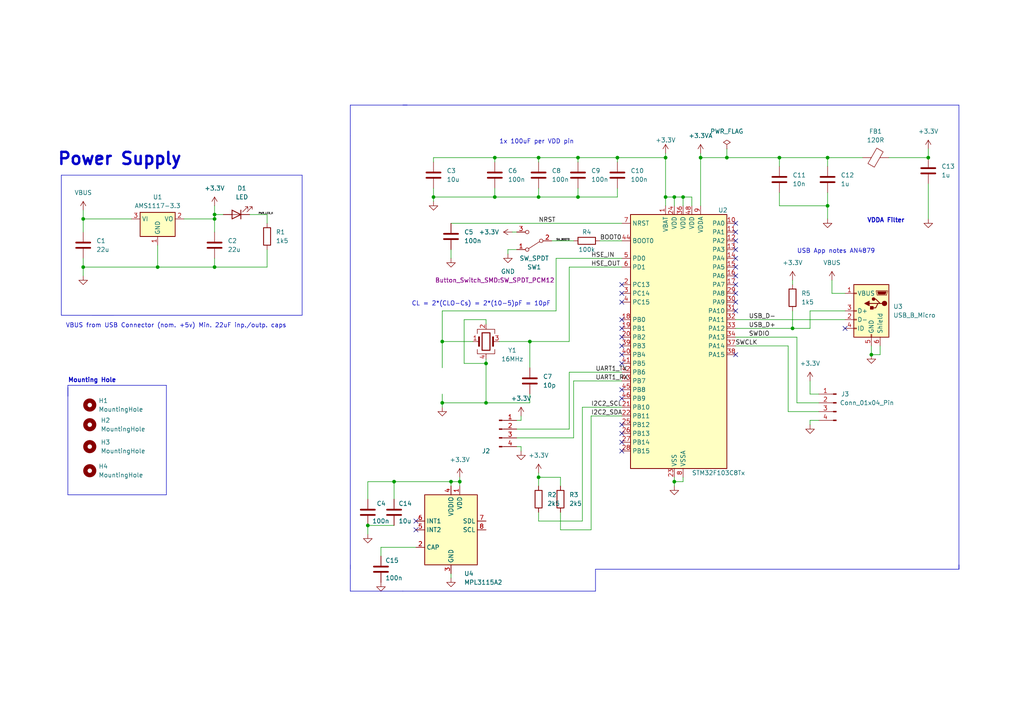
<source format=kicad_sch>
(kicad_sch (version 20230121) (generator eeschema)
  (paper "A4")
  (lib_symbols
    (symbol "Connector:Conn_01x04_Pin" (pin_names (offset 1.016) hide)
      (property "Reference" "J" (at 0 5.08 0))
      (property "Value" "Conn_01x04_Pin" (at 0 -7.62 0))
      (symbol "Conn_01x04_Pin_1_1"
        (polyline (pts (xy 1.27 -5.08) (xy 0.8636 -5.08)) (stroke (width 0.1524)))
        (polyline (pts (xy 1.27 -2.54) (xy 0.8636 -2.54)) (stroke (width 0.1524)))
        (polyline (pts (xy 1.27 0) (xy 0.8636 0)) (stroke (width 0.1524)))
        (polyline (pts (xy 1.27 2.54) (xy 0.8636 2.54)) (stroke (width 0.1524)))
        (rectangle (start 0.8636 -4.953) (end 0 -5.207) (stroke (width 0.1524)) (fill (type outline)))
        (rectangle (start 0.8636 -2.413) (end 0 -2.667) (stroke (width 0.1524)) (fill (type outline)))
        (rectangle (start 0.8636 0.127) (end 0 -0.127) (stroke (width 0.1524)) (fill (type outline)))
        (rectangle (start 0.8636 2.667) (end 0 2.413) (stroke (width 0.1524)) (fill (type outline)))
        (pin passive line (at 5.08 2.54 180) (length 3.81) (name "Pin_1") (number "1"))
        (pin passive line (at 5.08 0 180) (length 3.81) (name "Pin_2") (number "2"))
        (pin passive line (at 5.08 -2.54 180) (length 3.81) (name "Pin_3") (number "3"))
        (pin passive line (at 5.08 -5.08 180) (length 3.81) (name "Pin_4") (number "4"))
      )
    )
    (symbol "Connector:USB_B_Micro" (pin_names (offset 1.016))
      (property "Reference" "J" (at -5.08 11.43 0))
      (property "Value" "USB_B_Micro" (at -5.08 8.89 0))
      (symbol "USB_B_Micro_0_1"
        (rectangle (start -5.08 -7.62) (end 5.08 7.62) (stroke (width 0.254)) (fill (type background)))
        (circle (center -3.81 2.159) (radius 0.635) (stroke (width 0.254)) (fill (type outline)))
        (circle (center -0.635 3.429) (radius 0.381) (stroke (width 0.254)) (fill (type outline)))
        (rectangle (start -0.127 -7.62) (end 0.127 -6.858))
        (polyline (pts (xy -1.905 2.159) (xy 0.635 2.159)) (stroke (width 0.254)))
        (polyline (pts (xy -3.175 2.159) (xy -2.54 2.159) (xy -1.27 3.429) (xy -0.635 3.429)) (stroke (width 0.254)))
        (polyline (pts (xy -2.54 2.159) (xy -1.905 2.159) (xy -1.27 0.889) (xy 0 0.889)) (stroke (width 0.254)))
        (polyline (pts (xy 0.635 2.794) (xy 0.635 1.524) (xy 1.905 2.159) (xy 0.635 2.794)) (stroke (width 0.254)) (fill (type outline)))
        (polyline (pts (xy -4.318 5.588) (xy -1.778 5.588) (xy -2.032 4.826) (xy -4.064 4.826) (xy -4.318 5.588)) (fill (type outline)))
        (polyline (pts (xy -4.699 5.842) (xy -4.699 5.588) (xy -4.445 4.826) (xy -4.445 4.572) (xy -1.651 4.572) (xy -1.651 4.826) (xy -1.397 5.588) (xy -1.397 5.842) (xy -4.699 5.842)))
        (rectangle (start 0.254 1.27) (end -0.508 0.508) (stroke (width 0.254)) (fill (type outline)))
        (rectangle (start 5.08 -5.207) (end 4.318 -4.953))
        (rectangle (start 5.08 -2.667) (end 4.318 -2.413))
        (rectangle (start 5.08 -0.127) (end 4.318 0.127))
        (rectangle (start 5.08 4.953) (end 4.318 5.207))
      )
      (symbol "USB_B_Micro_1_1"
        (pin power_out line (at 7.62 5.08 180) (length 2.54) (name "VBUS") (number "1"))
        (pin bidirectional line (at 7.62 -2.54 180) (length 2.54) (name "D-") (number "2"))
        (pin bidirectional line (at 7.62 0 180) (length 2.54) (name "D+") (number "3"))
        (pin passive line (at 7.62 -5.08 180) (length 2.54) (name "ID") (number "4"))
        (pin power_out line (at 0 -10.16 90) (length 2.54) (name "GND") (number "5"))
        (pin passive line (at -2.54 -10.16 90) (length 2.54) (name "Shield") (number "6"))
      )
    )
    (symbol "Device:C" (pin_numbers hide) (pin_names (offset 0.254))
      (property "Reference" "C" (at 0.635 2.54 0))
      (property "Value" "C" (at 0.635 -2.54 0))
      (symbol "C_0_1"
        (polyline (pts (xy -2.032 -0.762) (xy 2.032 -0.762)) (stroke (width 0.508)))
        (polyline (pts (xy -2.032 0.762) (xy 2.032 0.762)) (stroke (width 0.508)))
      )
      (symbol "C_1_1"
        (pin passive line (at 0 3.81 270) (length 2.794) (name "~") (number "1"))
        (pin passive line (at 0 -3.81 90) (length 2.794) (name "~") (number "2"))
      )
    )
    (symbol "Device:Crystal_GND24" (pin_names (offset 1.016) hide)
      (property "Reference" "Y" (at 3.175 5.08 0))
      (property "Value" "Crystal_GND24" (at 3.175 3.175 0))
      (symbol "Crystal_GND24_0_1"
        (rectangle (start -1.143 2.54) (end 1.143 -2.54) (stroke (width 0.3048)))
        (polyline (pts (xy -2.54 0) (xy -2.032 0)))
        (polyline (pts (xy -2.032 -1.27) (xy -2.032 1.27)) (stroke (width 0.508)))
        (polyline (pts (xy 0 -3.81) (xy 0 -3.556)))
        (polyline (pts (xy 0 3.556) (xy 0 3.81)))
        (polyline (pts (xy 2.032 -1.27) (xy 2.032 1.27)) (stroke (width 0.508)))
        (polyline (pts (xy 2.032 0) (xy 2.54 0)))
        (polyline (pts (xy -2.54 -2.286) (xy -2.54 -3.556) (xy 2.54 -3.556) (xy 2.54 -2.286)))
        (polyline (pts (xy -2.54 2.286) (xy -2.54 3.556) (xy 2.54 3.556) (xy 2.54 2.286)))
      )
      (symbol "Crystal_GND24_1_1"
        (pin passive line (at -3.81 0 0) (length 1.27) (name "1") (number "1"))
        (pin passive line (at 0 5.08 270) (length 1.27) (name "2") (number "2"))
        (pin passive line (at 3.81 0 180) (length 1.27) (name "3") (number "3"))
        (pin passive line (at 0 -5.08 90) (length 1.27) (name "4") (number "4"))
      )
    )
    (symbol "Device:FerriteBead" (pin_numbers hide) (pin_names (offset 0))
      (property "Reference" "FB" (at -3.81 0.635 90))
      (property "Value" "FerriteBead" (at 3.81 0 90))
      (symbol "FerriteBead_0_1"
        (polyline (pts (xy 0 -1.27) (xy 0 -1.2192)))
        (polyline (pts (xy 0 1.27) (xy 0 1.2954)))
        (polyline (pts (xy -2.7686 0.4064) (xy -1.7018 2.2606) (xy 2.7686 -0.3048) (xy 1.6764 -2.159) (xy -2.7686 0.4064)))
      )
      (symbol "FerriteBead_1_1"
        (pin passive line (at 0 3.81 270) (length 2.54) (name "~") (number "1"))
        (pin passive line (at 0 -3.81 90) (length 2.54) (name "~") (number "2"))
      )
    )
    (symbol "Device:LED" (pin_numbers hide) (pin_names (offset 1.016) hide)
      (property "Reference" "D" (at 0 2.54 0))
      (property "Value" "LED" (at 0 -2.54 0))
      (symbol "LED_0_1"
        (polyline (pts (xy -1.27 -1.27) (xy -1.27 1.27)) (stroke (width 0.254)))
        (polyline (pts (xy -1.27 0) (xy 1.27 0)))
        (polyline (pts (xy 1.27 -1.27) (xy 1.27 1.27) (xy -1.27 0) (xy 1.27 -1.27)) (stroke (width 0.254)))
        (polyline (pts (xy -3.048 -0.762) (xy -4.572 -2.286) (xy -3.81 -2.286) (xy -4.572 -2.286) (xy -4.572 -1.524)))
        (polyline (pts (xy -1.778 -0.762) (xy -3.302 -2.286) (xy -2.54 -2.286) (xy -3.302 -2.286) (xy -3.302 -1.524)))
      )
      (symbol "LED_1_1"
        (pin passive line (at -3.81 0 0) (length 2.54) (name "K") (number "1"))
        (pin passive line (at 3.81 0 180) (length 2.54) (name "A") (number "2"))
      )
    )
    (symbol "Device:R" (pin_numbers hide) (pin_names (offset 0))
      (property "Reference" "R" (at 2.032 0 90))
      (property "Value" "R" (at 0 0 90))
      (symbol "R_0_1"
        (rectangle (start -1.016 -2.54) (end 1.016 2.54) (stroke (width 0.254)))
      )
      (symbol "R_1_1"
        (pin passive line (at 0 3.81 270) (length 1.27) (name "~") (number "1"))
        (pin passive line (at 0 -3.81 90) (length 1.27) (name "~") (number "2"))
      )
    )
    (symbol "MCU_ST_STM32F1:STM32F103C8Tx"
      (property "Reference" "U" (at -12.7 39.37 0))
      (property "Value" "STM32F103C8Tx" (at 10.16 39.37 0))
      (symbol "STM32F103C8Tx_0_1"
        (rectangle (start -12.7 -35.56) (end 15.24 38.1) (stroke (width 0.254)) (fill (type background)))
      )
      (symbol "STM32F103C8Tx_1_1"
        (pin power_in line (at -2.54 40.64 270) (length 2.54) (name "VBAT") (number "1"))
        (pin bidirectional line (at 17.78 35.56 180) (length 2.54) (name "PA0") (number "10"))
        (pin bidirectional line (at 17.78 33.02 180) (length 2.54) (name "PA1") (number "11"))
        (pin bidirectional line (at 17.78 30.48 180) (length 2.54) (name "PA2") (number "12"))
        (pin bidirectional line (at 17.78 27.94 180) (length 2.54) (name "PA3") (number "13"))
        (pin bidirectional line (at 17.78 25.4 180) (length 2.54) (name "PA4") (number "14"))
        (pin bidirectional line (at 17.78 22.86 180) (length 2.54) (name "PA5") (number "15"))
        (pin bidirectional line (at 17.78 20.32 180) (length 2.54) (name "PA6") (number "16"))
        (pin bidirectional line (at 17.78 17.78 180) (length 2.54) (name "PA7") (number "17"))
        (pin bidirectional line (at -15.24 7.62 0) (length 2.54) (name "PB0") (number "18"))
        (pin bidirectional line (at -15.24 5.08 0) (length 2.54) (name "PB1") (number "19"))
        (pin bidirectional line (at -15.24 17.78 0) (length 2.54) (name "PC13") (number "2"))
        (pin bidirectional line (at -15.24 2.54 0) (length 2.54) (name "PB2") (number "20"))
        (pin bidirectional line (at -15.24 -17.78 0) (length 2.54) (name "PB10") (number "21"))
        (pin bidirectional line (at -15.24 -20.32 0) (length 2.54) (name "PB11") (number "22"))
        (pin power_in line (at 0 -38.1 90) (length 2.54) (name "VSS") (number "23"))
        (pin power_in line (at 0 40.64 270) (length 2.54) (name "VDD") (number "24"))
        (pin bidirectional line (at -15.24 -22.86 0) (length 2.54) (name "PB12") (number "25"))
        (pin bidirectional line (at -15.24 -25.4 0) (length 2.54) (name "PB13") (number "26"))
        (pin bidirectional line (at -15.24 -27.94 0) (length 2.54) (name "PB14") (number "27"))
        (pin bidirectional line (at -15.24 -30.48 0) (length 2.54) (name "PB15") (number "28"))
        (pin bidirectional line (at 17.78 15.24 180) (length 2.54) (name "PA8") (number "29"))
        (pin bidirectional line (at -15.24 15.24 0) (length 2.54) (name "PC14") (number "3"))
        (pin bidirectional line (at 17.78 12.7 180) (length 2.54) (name "PA9") (number "30"))
        (pin bidirectional line (at 17.78 10.16 180) (length 2.54) (name "PA10") (number "31"))
        (pin bidirectional line (at 17.78 7.62 180) (length 2.54) (name "PA11") (number "32"))
        (pin bidirectional line (at 17.78 5.08 180) (length 2.54) (name "PA12") (number "33"))
        (pin bidirectional line (at 17.78 2.54 180) (length 2.54) (name "PA13") (number "34"))
        (pin passive line (at 0 -38.1 90) (length 2.54) hide (name "VSS") (number "35"))
        (pin power_in line (at 2.54 40.64 270) (length 2.54) (name "VDD") (number "36"))
        (pin bidirectional line (at 17.78 0 180) (length 2.54) (name "PA14") (number "37"))
        (pin bidirectional line (at 17.78 -2.54 180) (length 2.54) (name "PA15") (number "38"))
        (pin bidirectional line (at -15.24 0 0) (length 2.54) (name "PB3") (number "39"))
        (pin bidirectional line (at -15.24 12.7 0) (length 2.54) (name "PC15") (number "4"))
        (pin bidirectional line (at -15.24 -2.54 0) (length 2.54) (name "PB4") (number "40"))
        (pin bidirectional line (at -15.24 -5.08 0) (length 2.54) (name "PB5") (number "41"))
        (pin bidirectional line (at -15.24 -7.62 0) (length 2.54) (name "PB6") (number "42"))
        (pin bidirectional line (at -15.24 -10.16 0) (length 2.54) (name "PB7") (number "43"))
        (pin input line (at -15.24 30.48 0) (length 2.54) (name "BOOT0") (number "44"))
        (pin bidirectional line (at -15.24 -12.7 0) (length 2.54) (name "PB8") (number "45"))
        (pin bidirectional line (at -15.24 -15.24 0) (length 2.54) (name "PB9") (number "46"))
        (pin passive line (at 0 -38.1 90) (length 2.54) hide (name "VSS") (number "47"))
        (pin power_in line (at 5.08 40.64 270) (length 2.54) (name "VDD") (number "48"))
        (pin bidirectional line (at -15.24 25.4 0) (length 2.54) (name "PD0") (number "5"))
        (pin bidirectional line (at -15.24 22.86 0) (length 2.54) (name "PD1") (number "6"))
        (pin input line (at -15.24 35.56 0) (length 2.54) (name "NRST") (number "7"))
        (pin power_in line (at 2.54 -38.1 90) (length 2.54) (name "VSSA") (number "8"))
        (pin power_in line (at 7.62 40.64 270) (length 2.54) (name "VDDA") (number "9"))
      )
    )
    (symbol "Mechanical:MountingHole" (pin_names (offset 1.016))
      (property "Reference" "H" (at 0 5.08 0))
      (property "Value" "MountingHole" (at 0 3.175 0))
      (symbol "MountingHole_0_1"
        (circle (center 0 0) (radius 1.27) (stroke (width 1.27)))
      )
    )
    (symbol "Regulator_Linear:AMS1117-3.3"
      (property "Reference" "U" (at -3.81 3.175 0))
      (property "Value" "AMS1117-3.3" (at 0 3.175 0))
      (symbol "AMS1117-3.3_0_1"
        (rectangle (start -5.08 -5.08) (end 5.08 1.905) (stroke (width 0.254)) (fill (type background)))
      )
      (symbol "AMS1117-3.3_1_1"
        (pin power_in line (at 0 -7.62 90) (length 2.54) (name "GND") (number "1"))
        (pin power_out line (at 7.62 0 180) (length 2.54) (name "VO") (number "2"))
        (pin power_in line (at -7.62 0 0) (length 2.54) (name "VI") (number "3"))
      )
    )
    (symbol "Sensor_Pressure:MPL3115A2"
      (property "Reference" "U" (at -6.35 11.43 0))
      (property "Value" "MPL3115A2" (at 6.35 11.43 0))
      (symbol "MPL3115A2_0_1"
        (rectangle (start 7.62 10.16) (end -7.62 -10.16) (stroke (width 0.254)) (fill (type background)))
      )
      (symbol "MPL3115A2_1_1"
        (pin power_in line (at -2.54 12.7 270) (length 2.54) (name "VDD") (number "1"))
        (pin passive line (at 10.16 -5.08 180) (length 2.54) (name "CAP") (number "2"))
        (pin power_in line (at 0 -12.7 90) (length 2.54) (name "GND") (number "3"))
        (pin power_in line (at 0 12.7 270) (length 2.54) (name "VDDIO") (number "4"))
        (pin open_collector line (at 10.16 0 180) (length 2.54) (name "INT2") (number "5"))
        (pin open_collector line (at 10.16 2.54 180) (length 2.54) (name "INT1") (number "6"))
        (pin bidirectional line (at -10.16 2.54 0) (length 2.54) (name "SDL") (number "7"))
        (pin input line (at -10.16 0 0) (length 2.54) (name "SCL") (number "8"))
      )
    )
    (symbol "Switch:SW_SPDT" (pin_names (offset 0) hide)
      (property "Reference" "SW" (at 0 4.318 0))
      (property "Value" "SW_SPDT" (at 0 -5.08 0))
      (symbol "SW_SPDT_0_0"
        (circle (center -2.032 0) (radius 0.508))
        (circle (center 2.032 -2.54) (radius 0.508))
      )
      (symbol "SW_SPDT_0_1"
        (polyline (pts (xy -1.524 0.254) (xy 1.651 2.286)))
        (circle (center 2.032 2.54) (radius 0.508))
      )
      (symbol "SW_SPDT_1_1"
        (pin passive line (at 5.08 2.54 180) (length 2.54) (name "A") (number "1"))
        (pin passive line (at -5.08 0 0) (length 2.54) (name "B") (number "2"))
        (pin passive line (at 5.08 -2.54 180) (length 2.54) (name "C") (number "3"))
      )
    )
    (symbol "power:+3.3V" (power) (pin_names (offset 0))
      (property "Value" "+3.3V" (at 0 3.556 0))
      (symbol "+3.3V_0_1"
        (polyline (pts (xy -0.762 1.27) (xy 0 2.54)))
        (polyline (pts (xy 0 0) (xy 0 2.54)))
        (polyline (pts (xy 0 2.54) (xy 0.762 1.27)))
      )
      (symbol "+3.3V_1_1"
        (pin power_in line (at 0 0 90) (length 0) hide (name "+3.3V") (number "1"))
      )
    )
    (symbol "power:+3.3VA" (power) (pin_names (offset 0))
      (property "Value" "+3.3VA" (at 0 3.556 0))
      (symbol "+3.3VA_0_1"
        (polyline (pts (xy -0.762 1.27) (xy 0 2.54)))
        (polyline (pts (xy 0 0) (xy 0 2.54)))
        (polyline (pts (xy 0 2.54) (xy 0.762 1.27)))
      )
      (symbol "+3.3VA_1_1"
        (pin power_in line (at 0 0 90) (length 0) hide (name "+3.3VA") (number "1"))
      )
    )
    (symbol "power:GND" (power) (pin_names (offset 0))
      (property "Value" "GND" (at 0 -3.81 0))
      (symbol "GND_0_1"
        (polyline (pts (xy 0 0) (xy 0 -1.27) (xy 1.27 -1.27) (xy 0 -2.54) (xy -1.27 -1.27) (xy 0 -1.27)))
      )
      (symbol "GND_1_1"
        (pin power_in line (at 0 0 270) (length 0) hide (name "GND") (number "1"))
      )
    )
    (symbol "power:PWR_FLAG" (power) (pin_numbers hide) (pin_names (offset 0) hide)
      (property "Value" "PWR_FLAG" (at 0 3.81 0))
      (symbol "PWR_FLAG_0_0"
        (pin power_out line (at 0 0 90) (length 0) (name "pwr") (number "1"))
      )
      (symbol "PWR_FLAG_0_1"
        (polyline (pts (xy 0 0) (xy 0 1.27) (xy -1.016 1.905) (xy 0 2.54) (xy 1.016 1.905) (xy 0 1.27)))
      )
    )
    (symbol "power:VBUS" (power) (pin_names (offset 0))
      (property "Value" "VBUS" (at 0 3.81 0))
      (symbol "VBUS_0_1"
        (polyline (pts (xy -0.762 1.27) (xy 0 2.54)))
        (polyline (pts (xy 0 0) (xy 0 2.54)))
        (polyline (pts (xy 0 2.54) (xy 0.762 1.27)))
      )
      (symbol "VBUS_1_1"
        (pin power_in line (at 0 0 90) (length 0) hide (name "VBUS") (number "1"))
      )
    )
  )
  (junction (at 179.07 45.72))
  (junction (at 269.24 45.72))
  (junction (at 193.04 57.15))
  (junction (at 24.13 77.47))
  (junction (at 24.13 63.5))
  (junction (at 167.64 57.15))
  (junction (at 252.73 102.87))
  (junction (at 114.3 139.7))
  (junction (at 210.82 45.72))
  (junction (at 229.87 95.25))
  (junction (at 240.03 45.72))
  (junction (at 156.21 45.72))
  (junction (at 128.27 99.06))
  (junction (at 140.97 116.84))
  (junction (at 106.68 152.4))
  (junction (at 125.73 57.15))
  (junction (at 140.97 105.41))
  (junction (at 167.64 45.72))
  (junction (at 226.06 45.72))
  (junction (at 143.51 45.72))
  (junction (at 240.03 59.69))
  (junction (at 193.04 45.72))
  (junction (at 153.67 99.06))
  (junction (at 198.12 57.15))
  (junction (at 62.23 77.47))
  (junction (at 133.35 139.7))
  (junction (at 130.81 139.7))
  (junction (at 45.72 77.47))
  (junction (at 128.27 116.84))
  (junction (at 156.21 138.43))
  (junction (at 195.58 57.15))
  (junction (at 62.23 62.23))
  (junction (at 156.21 57.15))
  (junction (at 195.58 139.7))
  (junction (at 203.2 45.72))
  (junction (at 143.51 57.15))
  (junction (at 62.23 63.5))
  (no_connect (at 213.36 77.47))
  (no_connect (at 180.34 100.33))
  (no_connect (at 180.34 123.19))
  (no_connect (at 213.36 80.01))
  (no_connect (at 213.36 85.09))
  (no_connect (at 180.34 82.55))
  (no_connect (at 180.34 92.71))
  (no_connect (at 245.11 95.25))
  (no_connect (at 213.36 90.17))
  (no_connect (at 180.34 97.79))
  (no_connect (at 180.34 113.03))
  (no_connect (at 180.34 85.09))
  (no_connect (at 213.36 102.87))
  (no_connect (at 180.34 87.63))
  (no_connect (at 213.36 64.77))
  (no_connect (at 180.34 115.57))
  (no_connect (at 180.34 130.81))
  (no_connect (at 213.36 72.39))
  (no_connect (at 180.34 95.25))
  (no_connect (at 120.65 151.13))
  (no_connect (at 180.34 105.41))
  (no_connect (at 213.36 69.85))
  (no_connect (at 213.36 67.31))
  (no_connect (at 180.34 125.73))
  (no_connect (at 213.36 87.63))
  (no_connect (at 180.34 102.87))
  (no_connect (at 120.65 153.67))
  (no_connect (at 213.36 74.93))
  (no_connect (at 213.36 82.55))
  (no_connect (at 180.34 128.27))
  (wire (pts (xy 130.81 139.7) (xy 133.35 139.7)))
  (wire (pts (xy 179.07 57.15) (xy 179.07 54.61)))
  (wire (pts (xy 134.62 105.41) (xy 140.97 105.41)))
  (wire (pts (xy 165.1 107.95) (xy 180.34 107.95)))
  (polyline (pts (xy 116.84 171.45) (xy 101.6 171.45)))
  (wire (pts (xy 200.66 57.15) (xy 200.66 59.69)))
  (wire (pts (xy 45.72 77.47) (xy 24.13 77.47)))
  (wire (pts (xy 171.45 120.65) (xy 171.45 153.67)))
  (wire (pts (xy 210.82 45.72) (xy 226.06 45.72)))
  (wire (pts (xy 240.03 45.72) (xy 250.19 45.72)))
  (wire (pts (xy 128.27 99.06) (xy 128.27 90.17)))
  (polyline (pts (xy 172.72 165.1) (xy 278.13 165.1)))
  (wire (pts (xy 195.58 139.7) (xy 198.12 139.7)))
  (wire (pts (xy 213.36 92.71) (xy 245.11 92.71)))
  (wire (pts (xy 148.59 67.31) (xy 149.86 67.31)))
  (wire (pts (xy 143.51 45.72) (xy 156.21 45.72)))
  (wire (pts (xy 171.45 120.65) (xy 180.34 120.65)))
  (wire (pts (xy 195.58 138.43) (xy 195.58 139.7)))
  (polyline (pts (xy 17.78 50.8) (xy 17.78 91.44)))
  (wire (pts (xy 165.1 99.06) (xy 153.67 99.06)))
  (wire (pts (xy 53.34 63.5) (xy 62.23 63.5)))
  (wire (pts (xy 240.03 45.72) (xy 240.03 48.26)))
  (polyline (pts (xy 87.63 50.8) (xy 17.78 50.8)))
  (wire (pts (xy 193.04 45.72) (xy 193.04 57.15)))
  (wire (pts (xy 147.32 72.39) (xy 149.86 72.39)))
  (wire (pts (xy 140.97 105.41) (xy 140.97 116.84)))
  (wire (pts (xy 166.37 110.49) (xy 166.37 127)))
  (wire (pts (xy 125.73 45.72) (xy 143.51 45.72)))
  (wire (pts (xy 156.21 138.43) (xy 162.56 138.43)))
  (wire (pts (xy 156.21 45.72) (xy 167.64 45.72)))
  (polyline (pts (xy 48.26 111.76) (xy 19.685 111.76)))
  (polyline (pts (xy 101.6 39.37) (xy 101.6 165.1)))
  (polyline (pts (xy 278.13 30.48) (xy 278.13 165.1)))
  (polyline (pts (xy 87.63 91.44) (xy 87.63 50.8)))
  (wire (pts (xy 77.47 72.39) (xy 77.47 77.47)))
  (wire (pts (xy 149.86 129.54) (xy 151.13 129.54)))
  (wire (pts (xy 165.1 124.46) (xy 165.1 107.95)))
  (polyline (pts (xy 26.67 91.44) (xy 77.47 91.44)))
  (wire (pts (xy 128.27 99.06) (xy 128.27 106.68)))
  (wire (pts (xy 228.6 119.38) (xy 237.49 119.38)))
  (wire (pts (xy 161.29 90.17) (xy 161.29 74.93)))
  (wire (pts (xy 213.36 95.25) (xy 229.87 95.25)))
  (wire (pts (xy 140.97 104.14) (xy 140.97 105.41)))
  (wire (pts (xy 166.37 110.49) (xy 180.34 110.49)))
  (wire (pts (xy 134.62 92.71) (xy 134.62 105.41)))
  (polyline (pts (xy 101.6 30.48) (xy 118.11 30.48)))
  (wire (pts (xy 162.56 148.59) (xy 162.56 153.67)))
  (wire (pts (xy 231.14 97.79) (xy 231.14 116.84)))
  (wire (pts (xy 226.06 45.72) (xy 226.06 48.26)))
  (wire (pts (xy 234.95 110.49) (xy 234.95 114.3)))
  (polyline (pts (xy 278.13 30.48) (xy 116.84 30.48)))
  (wire (pts (xy 161.29 74.93) (xy 180.34 74.93)))
  (wire (pts (xy 198.12 138.43) (xy 198.12 139.7)))
  (wire (pts (xy 149.86 121.92) (xy 151.13 121.92)))
  (polyline (pts (xy 101.6 163.83) (xy 101.6 171.45)))
  (wire (pts (xy 114.3 139.7) (xy 114.3 144.78)))
  (wire (pts (xy 162.56 153.67) (xy 171.45 153.67)))
  (wire (pts (xy 125.73 57.15) (xy 143.51 57.15)))
  (wire (pts (xy 156.21 46.99) (xy 156.21 45.72)))
  (wire (pts (xy 229.87 95.25) (xy 234.95 95.25)))
  (wire (pts (xy 114.3 139.7) (xy 130.81 139.7)))
  (wire (pts (xy 252.73 100.33) (xy 252.73 102.87)))
  (wire (pts (xy 198.12 57.15) (xy 200.66 57.15)))
  (polyline (pts (xy 278.13 165.1) (xy 278.13 163.83)))
  (wire (pts (xy 237.49 114.3) (xy 234.95 114.3)))
  (wire (pts (xy 24.13 77.47) (xy 24.13 80.01)))
  (wire (pts (xy 143.51 45.72) (xy 143.51 46.99)))
  (wire (pts (xy 106.68 144.78) (xy 106.68 139.7)))
  (wire (pts (xy 234.95 121.92) (xy 234.95 123.19)))
  (wire (pts (xy 153.67 114.3) (xy 153.67 116.84)))
  (wire (pts (xy 160.02 69.85) (xy 166.37 69.85)))
  (wire (pts (xy 133.35 139.7) (xy 133.35 140.97)))
  (wire (pts (xy 77.47 62.23) (xy 77.47 64.77)))
  (wire (pts (xy 45.72 71.12) (xy 45.72 77.47)))
  (wire (pts (xy 125.73 46.99) (xy 125.73 45.72)))
  (wire (pts (xy 167.64 54.61) (xy 167.64 57.15)))
  (wire (pts (xy 151.13 129.54) (xy 151.13 130.81)))
  (wire (pts (xy 156.21 57.15) (xy 167.64 57.15)))
  (wire (pts (xy 228.6 100.33) (xy 228.6 119.38)))
  (wire (pts (xy 130.81 140.97) (xy 130.81 139.7)))
  (wire (pts (xy 162.56 138.43) (xy 162.56 140.97)))
  (wire (pts (xy 241.3 81.28) (xy 241.3 85.09)))
  (wire (pts (xy 165.1 77.47) (xy 165.1 99.06)))
  (wire (pts (xy 128.27 116.84) (xy 128.27 118.11)))
  (polyline (pts (xy 29.21 45.72) (xy 29.21 45.72)))
  (polyline (pts (xy 29.21 45.72) (xy 29.21 45.72)))
  (wire (pts (xy 156.21 148.59) (xy 156.21 151.13)))
  (wire (pts (xy 245.11 90.17) (xy 234.95 90.17)))
  (wire (pts (xy 62.23 77.47) (xy 62.23 74.93)))
  (wire (pts (xy 173.99 69.85) (xy 180.34 69.85)))
  (wire (pts (xy 128.27 114.3) (xy 128.27 116.84)))
  (wire (pts (xy 229.87 90.17) (xy 229.87 95.25)))
  (wire (pts (xy 62.23 62.23) (xy 64.77 62.23)))
  (wire (pts (xy 269.24 43.18) (xy 269.24 45.72)))
  (wire (pts (xy 203.2 45.72) (xy 203.2 59.69)))
  (wire (pts (xy 269.24 53.34) (xy 269.24 63.5)))
  (wire (pts (xy 240.03 59.69) (xy 240.03 55.88)))
  (polyline (pts (xy 77.47 91.44) (xy 87.63 91.44)))
  (wire (pts (xy 168.91 118.11) (xy 180.34 118.11)))
  (wire (pts (xy 179.07 46.99) (xy 179.07 45.72)))
  (wire (pts (xy 143.51 54.61) (xy 143.51 57.15)))
  (wire (pts (xy 255.27 102.87) (xy 252.73 102.87)))
  (polyline (pts (xy 101.6 39.37) (xy 101.6 30.48)))
  (wire (pts (xy 195.58 57.15) (xy 198.12 57.15)))
  (wire (pts (xy 106.68 152.4) (xy 106.68 154.94)))
  (wire (pts (xy 143.51 57.15) (xy 156.21 57.15)))
  (wire (pts (xy 137.16 99.06) (xy 128.27 99.06)))
  (wire (pts (xy 147.32 73.66) (xy 147.32 72.39)))
  (wire (pts (xy 193.04 57.15) (xy 195.58 57.15)))
  (wire (pts (xy 198.12 57.15) (xy 198.12 59.69)))
  (wire (pts (xy 125.73 57.15) (xy 125.73 58.42)))
  (wire (pts (xy 156.21 138.43) (xy 156.21 140.97)))
  (wire (pts (xy 245.11 85.09) (xy 241.3 85.09)))
  (wire (pts (xy 62.23 59.69) (xy 62.23 62.23)))
  (wire (pts (xy 231.14 116.84) (xy 237.49 116.84)))
  (wire (pts (xy 125.73 54.61) (xy 125.73 57.15)))
  (wire (pts (xy 62.23 63.5) (xy 62.23 67.31)))
  (polyline (pts (xy 19.685 112.395) (xy 19.685 143.51)))
  (polyline (pts (xy 172.72 171.45) (xy 172.72 165.1)))
  (wire (pts (xy 193.04 59.69) (xy 193.04 57.15)))
  (wire (pts (xy 130.81 166.37) (xy 130.81 167.64)))
  (wire (pts (xy 168.91 118.11) (xy 168.91 151.13)))
  (wire (pts (xy 226.06 59.69) (xy 240.03 59.69)))
  (wire (pts (xy 179.07 45.72) (xy 193.04 45.72)))
  (polyline (pts (xy 29.21 91.44) (xy 33.02 91.44)))
  (wire (pts (xy 156.21 54.61) (xy 156.21 57.15)))
  (wire (pts (xy 203.2 45.72) (xy 210.82 45.72)))
  (wire (pts (xy 110.49 161.29) (xy 110.49 158.75)))
  (wire (pts (xy 213.36 100.33) (xy 228.6 100.33)))
  (wire (pts (xy 229.87 81.28) (xy 229.87 82.55)))
  (wire (pts (xy 193.04 44.45) (xy 193.04 45.72)))
  (wire (pts (xy 24.13 63.5) (xy 38.1 63.5)))
  (wire (pts (xy 110.49 158.75) (xy 120.65 158.75)))
  (wire (pts (xy 213.36 97.79) (xy 231.14 97.79)))
  (wire (pts (xy 151.13 120.65) (xy 151.13 121.92)))
  (polyline (pts (xy 116.84 171.45) (xy 172.72 171.45)))
  (wire (pts (xy 128.27 116.84) (xy 140.97 116.84)))
  (wire (pts (xy 195.58 139.7) (xy 195.58 140.97)))
  (wire (pts (xy 237.49 121.92) (xy 234.95 121.92)))
  (wire (pts (xy 153.67 99.06) (xy 144.78 99.06)))
  (polyline (pts (xy 48.26 143.51) (xy 48.26 111.76)))
  (wire (pts (xy 106.68 139.7) (xy 114.3 139.7)))
  (wire (pts (xy 62.23 77.47) (xy 45.72 77.47)))
  (wire (pts (xy 24.13 60.96) (xy 24.13 63.5)))
  (wire (pts (xy 130.81 64.77) (xy 180.34 64.77)))
  (wire (pts (xy 62.23 63.5) (xy 62.23 62.23)))
  (wire (pts (xy 210.82 43.18) (xy 210.82 45.72)))
  (polyline (pts (xy 17.78 91.44) (xy 29.21 91.44)))
  (wire (pts (xy 226.06 55.88) (xy 226.06 59.69)))
  (wire (pts (xy 203.2 44.45) (xy 203.2 45.72)))
  (wire (pts (xy 167.64 46.99) (xy 167.64 45.72)))
  (wire (pts (xy 130.81 72.39) (xy 130.81 74.93)))
  (wire (pts (xy 167.64 45.72) (xy 179.07 45.72)))
  (wire (pts (xy 167.64 57.15) (xy 179.07 57.15)))
  (wire (pts (xy 77.47 77.47) (xy 62.23 77.47)))
  (wire (pts (xy 156.21 151.13) (xy 168.91 151.13)))
  (wire (pts (xy 128.27 90.17) (xy 161.29 90.17)))
  (wire (pts (xy 166.37 127) (xy 149.86 127)))
  (wire (pts (xy 156.21 137.16) (xy 156.21 138.43)))
  (wire (pts (xy 240.03 59.69) (xy 240.03 63.5)))
  (wire (pts (xy 255.27 100.33) (xy 255.27 102.87)))
  (wire (pts (xy 195.58 57.15) (xy 195.58 59.69)))
  (wire (pts (xy 234.95 90.17) (xy 234.95 95.25)))
  (wire (pts (xy 106.68 152.4) (xy 114.3 152.4)))
  (polyline (pts (xy 19.685 143.51) (xy 48.26 143.51)))
  (wire (pts (xy 24.13 77.47) (xy 24.13 74.93)))
  (wire (pts (xy 24.13 67.31) (xy 24.13 63.5)))
  (wire (pts (xy 72.39 62.23) (xy 77.47 62.23)))
  (wire (pts (xy 153.67 99.06) (xy 153.67 106.68)))
  (wire (pts (xy 140.97 93.98) (xy 140.97 92.71)))
  (wire (pts (xy 257.81 45.72) (xy 269.24 45.72)))
  (wire (pts (xy 165.1 77.47) (xy 180.34 77.47)))
  (wire (pts (xy 140.97 116.84) (xy 153.67 116.84)))
  (polyline (pts (xy 19.685 111.76) (xy 19.685 114.935)))
  (wire (pts (xy 226.06 45.72) (xy 240.03 45.72)))
  (wire (pts (xy 149.86 124.46) (xy 165.1 124.46)))
  (wire (pts (xy 140.97 92.71) (xy 134.62 92.71)))
  (wire (pts (xy 133.35 138.43) (xy 133.35 139.7)))
  (text "CL = 2*(CLO-Cs) = 2*(10-5)pF = 10pF" (at 119.38 88.9 0) (effects (font (size 1.27 1.27)) (justify left bottom)))
  (text "USB App notes AN4879" (at 231.14 73.66 0) (effects (font (size 1.27 1.27)) (justify left bottom)))
  (text "VDDA Filter" (at 251.46 64.77 0) (effects (font (size 1.27 1.27) bold) (justify left bottom)))
  (text "Mounting Hole" (at 19.685 111.125 0) (effects (font (size 1.27 1.27) (thickness 0.254) bold) (justify left bottom)))
  (text "1x 100uF per VDD pin" (at 144.78 41.91 0) (effects (font (size 1.27 1.27)) (justify left bottom)))
  (text "VBUS from USB Connector (nom. +5v) Min. 22uF inp./outp. caps" (at 19.05 95.25 0) (effects (font (size 1.27 1.27)) (justify left bottom)))
  (text "Power Supply" (at 16.51 48.26 0) (effects (font (size 3.5 3.5) (thickness 0.7) bold) (justify left bottom)))
  (label "USB_D+" (at 217.17 95.25 0))
  (label "HSE_OUT" (at 171.45 77.47 0))
  (label "PWR_LED_K" (at 74.93 62.23 0) (effects (font (size 0.5 0.5))))
  (label "I2C2_SDA" (at 171.45 120.65 0))
  (label "BOOT0" (at 173.99 69.85 0))
  (label "USB_D-" (at 217.17 92.71 0))
  (label "I2C2_SCL" (at 171.45 118.11 0))
  (label "UART1_RX" (at 172.72 110.49 0))
  (label "SW_BOOT0" (at 161.29 69.85 0) (effects (font (size 0.5 0.5))))
  (label "UART1_TX" (at 172.72 107.95 0))
  (label "HSE_IN" (at 171.45 74.93 0))
  (label "SWCLK" (at 219.71 100.33 180))
  (label "SWDIO" (at 217.17 97.79 0))
  (label "NRST" (at 156.21 64.77 0))
  (symbol (lib_id "power:GND") (at 110.49 168.91 0) (unit 1)
    (property "Reference" "#PWR026" (effects hide))
    (property "Value" "GND" (effects hide))
  )
  (symbol (lib_id "Mechanical:MountingHole") (at 26.035 123.19 0) (unit 1)
    (property "Reference" "H2" (at 29.21 121.92 0) (effects (justify left)))
    (property "Value" "MountingHole" (at 29.21 124.46 0) (effects (justify left)))
    (property "Footprint" "MountingHole:MountingHole_2.2mm_M2" (effects hide))
  )
  (symbol (lib_id "power:GND") (at 195.58 140.97 0) (unit 1)
    (property "Reference" "#PWR015" (effects hide))
    (property "Value" "GND" (effects hide))
  )
  (symbol (lib_id "power:+3.3V") (at 133.35 138.43 0) (mirror y) (unit 1)
    (property "Reference" "#PWR09" (effects hide))
    (property "Value" "+3.3V" (at 133.35 133.35 0))
  )
  (symbol (lib_id "Connector:Conn_01x04_Pin") (at 144.78 124.46 0) (unit 1)
    (property "Reference" "J2" (at 140.97 130.81 0))
    (property "Value" "Conn_01x04_Pin" (effects hide))
    (property "Footprint" "Connector_PinHeader_2.54mm:PinHeader_1x04_P2.54mm_Vertical" (effects hide))
  )
  (symbol (lib_id "power:+3.3V") (at 229.87 81.28 0) (unit 1)
    (property "Reference" "#PWR017" (effects hide))
    (property "Value" "+3.3V" (at 229.87 76.2 0))
  )
  (symbol (lib_id "power:PWR_FLAG") (at 210.82 43.18 0) (unit 1)
    (property "Reference" "#FLG01" (effects hide))
    (property "Value" "PWR_FLAG" (at 210.82 38.1 0))
  )
  (symbol (lib_id "Connector:Conn_01x04_Pin") (at 242.57 116.84 0) (mirror y) (unit 1)
    (property "Reference" "J3" (at 245.11 114.3 0))
    (property "Value" "Conn_01x04_Pin" (at 251.46 116.84 0))
    (property "Footprint" "Connector_PinHeader_2.54mm:PinHeader_1x04_P2.54mm_Vertical" (effects hide))
  )
  (symbol (lib_id "Device:C") (at 106.68 148.59 0) (unit 1)
    (property "Reference" "C4" (at 109.22 146.05 0) (effects (justify left)))
    (property "Value" "100n" (at 107.95 151.13 0) (effects (justify left)))
    (property "Footprint" "Capacitor_SMD:C_0402_1005Metric" (effects hide))
  )
  (symbol (lib_id "Device:C") (at 143.51 50.8 0) (unit 1)
    (property "Reference" "C6" (at 147.32 49.53 0) (effects (justify left)))
    (property "Value" "100n" (at 147.32 52.07 0) (effects (justify left)))
    (property "Footprint" "Capacitor_SMD:C_0402_1005Metric" (effects hide))
  )
  (symbol (lib_id "Device:R") (at 77.47 68.58 0) (unit 1)
    (property "Reference" "R1" (at 80.01 67.31 0) (effects (justify left)))
    (property "Value" "1k5" (at 80.01 69.85 0) (effects (justify left)))
    (property "Footprint" "Resistor_SMD:R_0402_1005Metric" (effects hide))
  )
  (symbol (lib_id "power:GND") (at 234.95 123.19 0) (unit 1)
    (property "Reference" "#PWR019" (effects hide))
    (property "Value" "GND" (effects hide))
  )
  (symbol (lib_id "power:GND") (at 24.13 80.01 0) (unit 1)
    (property "Reference" "#PWR02" (effects hide))
    (property "Value" "GND" (effects hide))
  )
  (symbol (lib_id "Sensor_Pressure:MPL3115A2") (at 130.81 153.67 0) (mirror y) (unit 1)
    (property "Reference" "U4" (at 134.62 166.37 0) (effects (justify right)))
    (property "Value" "MPL3115A2" (at 134.62 168.91 0) (effects (justify right)))
    (property "Footprint" "Package_LGA:NXP_LGA-8_3x5mm_P1.25mm_H1.1mm" (effects hide))
    (property "Datasheet" "https://www.nxp.com/docs/en/data-sheet/MPL3115A2.pdf" (effects hide))
  )
  (symbol (lib_id "Device:C") (at 269.24 49.53 0) (unit 1)
    (property "Reference" "C13" (at 273.05 48.26 0) (effects (justify left)))
    (property "Value" "1u" (at 273.05 50.8 0) (effects (justify left)))
    (property "Footprint" "Capacitor_SMD:C_0603_1608Metric" (effects hide))
  )
  (symbol (lib_id "Mechanical:MountingHole") (at 26.035 129.54 0) (unit 1)
    (property "Reference" "H3" (at 29.21 128.27 0) (effects (justify left)))
    (property "Value" "MountingHole" (at 29.21 130.81 0) (effects (justify left)))
    (property "Footprint" "MountingHole:MountingHole_2.2mm_M2" (effects hide))
  )
  (symbol (lib_id "Device:LED") (at 68.58 62.23 180) (unit 1)
    (property "Reference" "D1" (at 70.1675 54.61 0))
    (property "Value" "LED" (at 70.1675 57.15 0))
    (property "Footprint" "LED_SMD:LED_0603_1608Metric" (effects hide))
  )
  (symbol (lib_id "Regulator_Linear:AMS1117-3.3") (at 45.72 63.5 0) (unit 1)
    (property "Reference" "U1" (at 45.72 57.15 0))
    (property "Value" "AMS1117-3.3" (at 45.72 59.69 0))
    (property "Footprint" "Package_TO_SOT_SMD:SOT-223-3_TabPin2" (effects hide))
    (property "Datasheet" "http://www.advanced-monolithic.com/pdf/ds1117.pdf" (effects hide))
  )
  (symbol (lib_id "Device:C") (at 167.64 50.8 0) (unit 1)
    (property "Reference" "C9" (at 171.45 49.53 0) (effects (justify left)))
    (property "Value" "100n" (at 171.45 52.07 0) (effects (justify left)))
    (property "Footprint" "Capacitor_SMD:C_0402_1005Metric" (effects hide))
  )
  (symbol (lib_id "Device:C") (at 24.13 71.12 0) (unit 1)
    (property "Reference" "C1" (at 27.94 69.85 0) (effects (justify left)))
    (property "Value" "22u" (at 27.94 72.39 0) (effects (justify left)))
    (property "Footprint" "Capacitor_SMD:C_0805_2012Metric" (effects hide))
  )
  (symbol (lib_id "Device:C") (at 179.07 50.8 0) (unit 1)
    (property "Reference" "C10" (at 182.88 49.53 0) (effects (justify left)))
    (property "Value" "100n" (at 182.88 52.07 0) (effects (justify left)))
    (property "Footprint" "Capacitor_SMD:C_0402_1005Metric" (effects hide))
  )
  (symbol (lib_id "Device:C") (at 114.3 148.59 0) (unit 1)
    (property "Reference" "C14" (at 115.57 146.05 0) (effects (justify left)))
    (property "Value" "10u" (at 115.57 151.13 0) (effects (justify left)))
    (property "Footprint" "Capacitor_SMD:C_0402_1005Metric" (effects hide))
  )
  (symbol (lib_id "Connector:USB_B_Micro") (at 252.73 90.17 0) (mirror y) (unit 1)
    (property "Reference" "U3" (at 259.08 88.9 0) (effects (justify right)))
    (property "Value" "USB_B_Micro" (at 259.08 91.44 0) (effects (justify right)))
    (property "Footprint" "Connector_USB:USB_Micro-B_Wuerth_629105150521" (effects hide))
  )
  (symbol (lib_id "power:VBUS") (at 24.13 60.96 0) (unit 1)
    (property "Reference" "#PWR01" (effects hide))
    (property "Value" "VBUS" (at 24.13 55.88 0))
  )
  (symbol (lib_id "power:GND") (at 130.81 74.93 0) (unit 1)
    (property "Reference" "#PWR06" (effects hide))
    (property "Value" "GND" (effects hide))
  )
  (symbol (lib_id "Device:C") (at 125.73 50.8 0) (unit 1)
    (property "Reference" "C3" (at 129.54 49.53 0) (effects (justify left)))
    (property "Value" "10u" (at 129.54 52.07 0) (effects (justify left)))
    (property "Footprint" "Capacitor_SMD:C_0201_0603Metric" (effects hide))
  )
  (symbol (lib_id "Device:R") (at 156.21 144.78 0) (unit 1)
    (property "Reference" "R2" (at 158.75 143.51 0) (effects (justify left)))
    (property "Value" "2k5" (at 158.75 146.05 0) (effects (justify left)))
    (property "Footprint" "Resistor_SMD:R_0402_1005Metric" (effects hide))
  )
  (symbol (lib_id "Device:C") (at 226.06 52.07 0) (unit 1)
    (property "Reference" "C11" (at 229.87 50.8 0) (effects (justify left)))
    (property "Value" "10n" (at 229.87 53.34 0) (effects (justify left)))
    (property "Footprint" "Capacitor_SMD:C_0402_1005Metric" (effects hide))
  )
  (symbol (lib_id "power:GND") (at 128.27 118.11 0) (unit 1)
    (property "Reference" "#PWR05" (effects hide))
    (property "Value" "GND" (effects hide))
  )
  (symbol (lib_id "Device:C") (at 62.23 71.12 0) (unit 1)
    (property "Reference" "C2" (at 66.04 69.85 0) (effects (justify left)))
    (property "Value" "22u" (at 66.04 72.39 0) (effects (justify left)))
    (property "Footprint" "Capacitor_SMD:C_0805_2012Metric" (effects hide))
  )
  (symbol (lib_id "power:VBUS") (at 241.3 81.28 0) (unit 1)
    (property "Reference" "#PWR021" (effects hide))
    (property "Value" "VBUS" (at 241.3 76.2 0))
  )
  (symbol (lib_id "Device:C") (at 156.21 50.8 0) (unit 1)
    (property "Reference" "C8" (at 160.02 49.53 0) (effects (justify left)))
    (property "Value" "100n" (at 160.02 52.07 0) (effects (justify left)))
    (property "Footprint" "Capacitor_SMD:C_0402_1005Metric" (effects hide))
  )
  (symbol (lib_id "power:+3.3V") (at 156.21 137.16 0) (unit 1)
    (property "Reference" "#PWR013" (effects hide))
    (property "Value" "+3.3V" (at 156.21 132.08 0))
  )
  (symbol (lib_id "power:GND") (at 240.03 63.5 0) (unit 1)
    (property "Reference" "#PWR020" (effects hide))
    (property "Value" "GND" (effects hide))
  )
  (symbol (lib_id "power:+3.3V") (at 151.13 120.65 0) (unit 1)
    (property "Reference" "#PWR011" (effects hide))
    (property "Value" "+3.3V" (at 151.13 115.57 0))
  )
  (symbol (lib_id "power:+3.3VA") (at 203.2 44.45 0) (unit 1)
    (property "Reference" "#PWR016" (effects hide))
    (property "Value" "+3.3VA" (at 203.2 39.37 0))
  )
  (symbol (lib_id "power:+3.3V") (at 148.59 67.31 90) (unit 1)
    (property "Reference" "#PWR08" (effects hide))
    (property "Value" "+3.3V" (at 144.78 67.31 90) (effects (justify left)))
  )
  (symbol (lib_id "power:GND") (at 252.73 102.87 0) (unit 1)
    (property "Reference" "#PWR022" (effects hide))
    (property "Value" "GND" (effects hide))
  )
  (symbol (lib_id "MCU_ST_STM32F1:STM32F103C8Tx") (at 195.58 100.33 0) (unit 1)
    (property "Reference" "U2" (at 208.28 60.96 0) (effects (justify left)))
    (property "Value" "STM32F103C8Tx" (at 200.66 137.16 0) (effects (justify left)))
    (property "Footprint" "Package_QFP:LQFP-48_7x7mm_P0.5mm" (effects hide))
    (property "Datasheet" "https://www.st.com/resource/en/datasheet/stm32f103c8.pdf" (effects hide))
  )
  (symbol (lib_id "Mechanical:MountingHole") (at 26.035 117.475 0) (unit 1)
    (property "Reference" "H1" (at 28.575 116.205 0) (effects (justify left)))
    (property "Value" "MountingHole" (at 28.575 118.745 0) (effects (justify left)))
    (property "Footprint" "MountingHole:MountingHole_2.2mm_M2" (effects hide))
  )
  (symbol (lib_id "Mechanical:MountingHole") (at 26.035 136.525 0) (unit 1)
    (property "Reference" "H4" (at 28.575 135.255 0) (effects (justify left)))
    (property "Value" "MountingHole" (at 28.575 137.795 0) (effects (justify left)))
    (property "Footprint" "MountingHole:MountingHole_2.2mm_M2" (effects hide))
  )
  (symbol (lib_id "power:+3.3V") (at 234.95 110.49 0) (unit 1)
    (property "Reference" "#PWR018" (effects hide))
    (property "Value" "+3.3V" (at 234.95 105.41 0))
  )
  (symbol (lib_id "power:+3.3V") (at 193.04 44.45 0) (unit 1)
    (property "Reference" "#PWR014" (effects hide))
    (property "Value" "+3.3V" (at 193.04 40.64 0))
  )
  (symbol (lib_id "power:GND") (at 269.24 63.5 0) (unit 1)
    (property "Reference" "#PWR024" (effects hide))
    (property "Value" "GND" (effects hide))
  )
  (symbol (lib_id "power:GND") (at 125.73 58.42 0) (unit 1)
    (property "Reference" "#PWR04" (effects hide))
    (property "Value" "GND" (effects hide))
  )
  (symbol (lib_id "Device:C") (at 110.49 165.1 0) (unit 1)
    (property "Reference" "C15" (at 111.76 162.56 0) (effects (justify left)))
    (property "Value" "100n" (at 111.76 167.64 0) (effects (justify left)))
    (property "Footprint" "Capacitor_SMD:C_0402_1005Metric" (effects hide))
  )
  (symbol (lib_id "Device:R") (at 162.56 144.78 0) (unit 1)
    (property "Reference" "R3" (at 165.1 143.51 0) (effects (justify left)))
    (property "Value" "2k5" (at 165.1 146.05 0) (effects (justify left)))
    (property "Footprint" "Resistor_SMD:R_0402_1005Metric" (effects hide))
  )
  (symbol (lib_id "power:GND") (at 147.32 73.66 0) (unit 1)
    (property "Reference" "#PWR07" (effects hide))
    (property "Value" "GND" (at 147.32 78.74 0))
  )
  (symbol (lib_id "Device:Crystal_GND24") (at 140.97 99.06 0) (unit 1)
    (property "Reference" "Y1" (at 148.59 101.6 0))
    (property "Value" "16MHz" (at 148.59 104.14 0))
    (property "Footprint" "Crystal:Crystal_SMD_3225-4Pin_3.2x2.5mm" (effects hide))
  )
  (symbol (lib_id "Device:C") (at 153.67 110.49 0) (unit 1)
    (property "Reference" "C7" (at 157.48 109.22 0) (effects (justify left)))
    (property "Value" "10p" (at 157.48 111.76 0) (effects (justify left)))
    (property "Footprint" "Capacitor_SMD:C_0402_1005Metric" (effects hide))
  )
  (symbol (lib_id "power:+3.3V") (at 269.24 43.18 0) (unit 1)
    (property "Reference" "#PWR023" (effects hide))
    (property "Value" "+3.3V" (at 269.24 38.1 0))
  )
  (symbol (lib_id "Switch:SW_SPDT") (at 154.94 69.85 180) (unit 1)
    (property "Reference" "SW1" (at 154.94 77.47 0))
    (property "Value" "SW_SPDT" (at 154.94 74.93 0))
    (property "Footprint" "Button_Switch_SMD:SW_SPDT_PCM12" (at 143.51 81.28 0))
  )
  (symbol (lib_id "Device:R") (at 170.18 69.85 270) (mirror x) (unit 1)
    (property "Reference" "R4" (at 170.18 67.31 90))
    (property "Value" "100k" (at 170.18 72.39 90))
    (property "Footprint" "Resistor_SMD:R_0402_1005Metric" (effects hide))
  )
  (symbol (lib_id "Device:C") (at 130.81 68.58 0) (unit 1)
    (property "Reference" "C5" (at 134.62 67.31 0) (effects (justify left)))
    (property "Value" "100n" (at 134.62 69.85 0) (effects (justify left)))
    (property "Footprint" "Capacitor_SMD:C_0402_1005Metric" (effects hide))
  )
  (symbol (lib_id "Device:FerriteBead") (at 254 45.72 90) (unit 1)
    (property "Reference" "FB1" (at 253.9492 38.1 90))
    (property "Value" "120R" (at 253.9492 40.64 90))
    (property "Footprint" "Inductor_SMD:L_0603_1608Metric" (effects hide))
  )
  (symbol (lib_id "Device:C") (at 240.03 52.07 0) (unit 1)
    (property "Reference" "C12" (at 243.84 50.8 0) (effects (justify left)))
    (property "Value" "1u" (at 243.84 53.34 0) (effects (justify left)))
    (property "Footprint" "Capacitor_SMD:C_0603_1608Metric" (effects hide))
  )
  (symbol (lib_id "power:GND") (at 130.81 167.64 0) (unit 1)
    (property "Reference" "#PWR010" (effects hide))
    (property "Value" "GND" (effects hide))
  )
  (symbol (lib_id "power:GND") (at 106.68 154.94 0) (unit 1)
    (property "Reference" "#PWR025" (effects hide))
    (property "Value" "GND" (effects hide))
  )
  (symbol (lib_id "Device:R") (at 229.87 86.36 0) (unit 1)
    (property "Reference" "R5" (at 232.41 85.09 0) (effects (justify left)))
    (property "Value" "1k5" (at 232.41 87.63 0) (effects (justify left)))
    (property "Footprint" "Resistor_SMD:R_0402_1005Metric" (effects hide))
  )
  (symbol (lib_id "power:+3.3V") (at 62.23 59.69 0) (unit 1)
    (property "Reference" "#PWR03" (effects hide))
    (property "Value" "+3.3V" (at 62.23 54.61 0))
  )
  (symbol (lib_id "power:GND") (at 151.13 130.81 0) (unit 1)
    (property "Reference" "#PWR012" (effects hide))
    (property "Value" "GND" (effects hide))
  )
)
</source>
